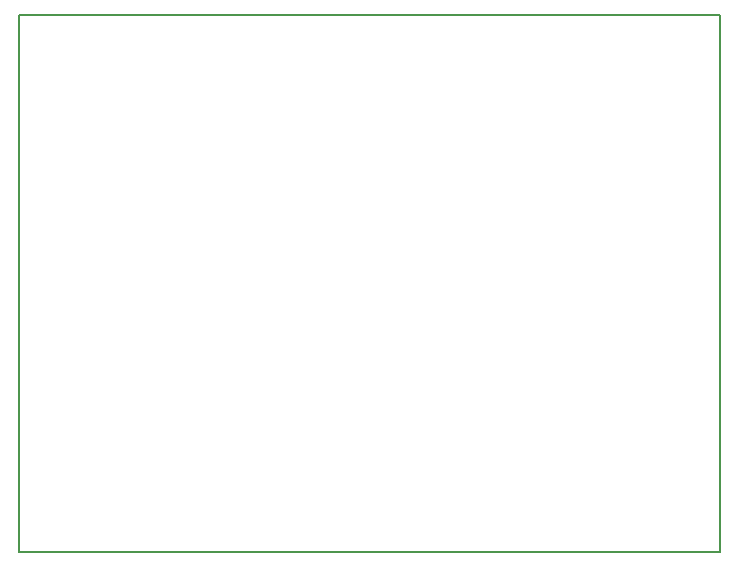
<source format=gm1>
G04 MADE WITH FRITZING*
G04 WWW.FRITZING.ORG*
G04 DOUBLE SIDED*
G04 HOLES PLATED*
G04 CONTOUR ON CENTER OF CONTOUR VECTOR*
%ASAXBY*%
%FSLAX23Y23*%
%MOIN*%
%OFA0B0*%
%SFA1.0B1.0*%
%ADD10R,2.345570X1.799260*%
%ADD11C,0.008000*%
%ADD10C,0.008*%
%LNCONTOUR*%
G90*
G70*
G54D10*
G54D11*
X4Y1795D02*
X2342Y1795D01*
X2342Y4D01*
X4Y4D01*
X4Y1795D01*
D02*
G04 End of contour*
M02*
</source>
